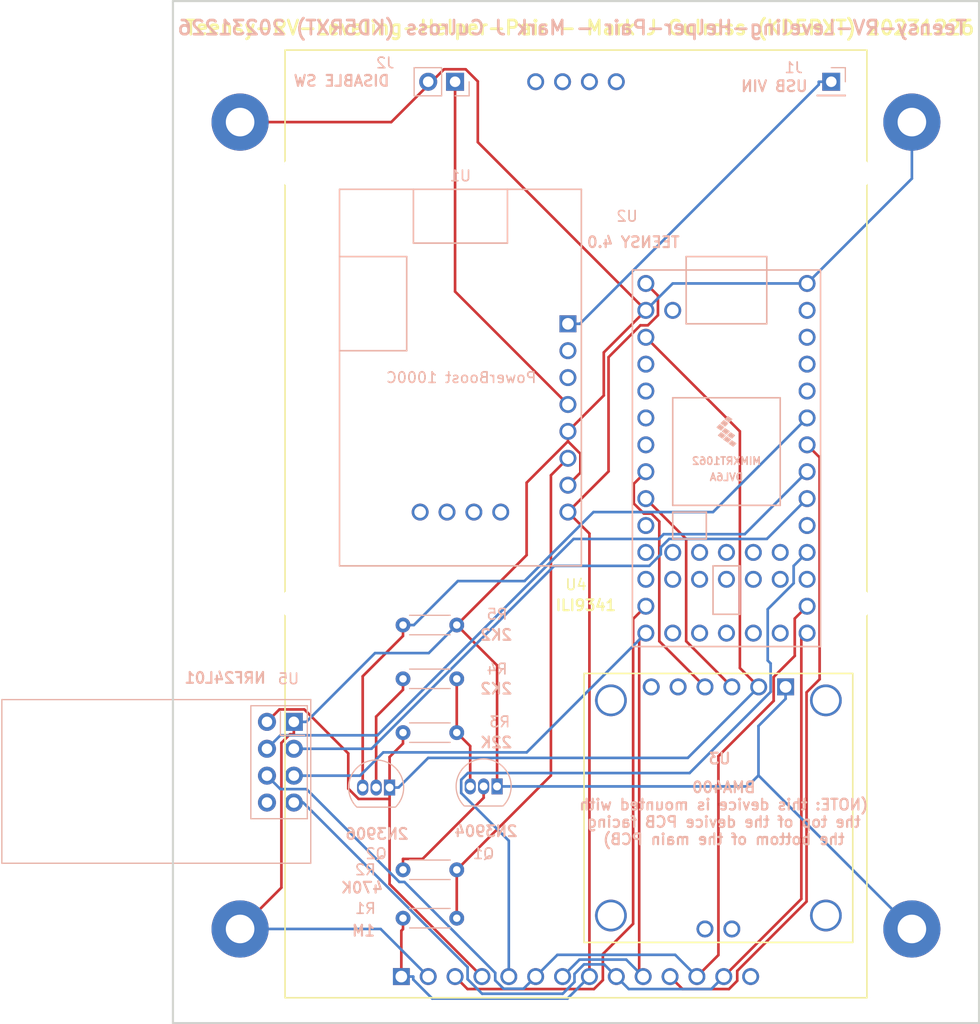
<source format=kicad_pcb>
(kicad_pcb (version 20221018) (generator pcbnew)
  (layers (0 "F.Cu" signal) (31 "B.Cu" signal) (34 "B.Paste" user) (35 "F.Paste" user) (36 "B.SilkS" user "B.Silkscreen") (37 "F.SilkS" user "F.Silkscreen") (38 "B.Mask" user) (39 "F.Mask" user) (44 "Edge.Cuts" user))
  (net 0 "")
  (net 1 "GNDREF")
  (net 2 "Net-(J1-Pin_1)")
  (net 3 "Net-(J2-Pin_1)")
  (net 4 "Net-(Q1-B)")
  (net 5 "Net-(Q1-C)")
  (net 6 "Net-(Q2-E)")
  (net 7 "Net-(Q2-B)")
  (net 8 "Net-(Q2-C)")
  (net 9 "Net-(U1-LBO)")
  (net 10 "Net-(U1-5Vo)")
  (net 20 "Net-(U2-13_SCK_CRX1_LED)")
  (net 23 "Net-(U2-12_MISO_MQSL)")
  (net 24 "Net-(U2-14_A0_TX3_SPDIF_OUT)")
  (net 28 "Net-(U2-18_A4_SDA0)")
  (net 29 "Net-(U2-19_A5_SCL0)")
  (net 35 "Net-(U2-11_MOSI_CTX1)")
  (net 37 "Net-(U2-9_OUT1C)")
  (net 39 "Net-(U2-6_OUT1D)")
  (net 40 "Net-(U2-7_RX2_OUT1A)")
  (net 41 "Net-(U2-5_IN2)")
  (footprint "MountingHole:MountingHole_2.7mm" (layer "F.Cu") (at 157.48 41.656)
    (fp_text reference "H2" hide)
    (fp_text value "BATT-b")
    (pad "" np_thru_hole circle (at 0 0) (size 2.7 2.7) (drill 2.7) (layers "*.Cu" "*.Mask"))
  )
  (footprint "MountingHole:MountingHole_2.7mm" (layer "F.Cu") (at 157.48 82.296)
    (fp_text reference "H4" hide)
    (fp_text value "BATT-d")
    (pad "" np_thru_hole circle (at 0 0) (size 2.7 2.7) (drill 2.7) (layers "*.Cu" "*.Mask"))
  )
  (footprint "MountingHole:MountingHole_2.7mm" (layer "F.Cu") (at 104.14 82.296)
    (fp_text reference "H3" hide)
    (fp_text value "BATT-c")
    (pad "" np_thru_hole circle (at 0 0) (size 2.7 2.7) (drill 2.7) (layers "*.Cu" "*.Mask"))
  )
  (footprint "MJC:BMA400" (layer "F.Cu") (at 144.272 101.6 180)
    (fp_text reference "U3" hide)
    (fp_text value "BMA400")
    (fp_line (start -12.7 -12.7) (end 12.7 -12.7) (stroke (width 0.15)) (layer "F.SilkS"))
    (fp_line (start -12.7 12.7) (end -12.7 -12.7) (stroke (width 0.15)) (layer "F.SilkS"))
    (fp_line (start 12.7 -12.7) (end 12.7 12.7) (stroke (width 0.15)) (layer "F.SilkS"))
    (fp_line (start 12.7 12.7) (end -12.7 12.7) (stroke (width 0.15)) (layer "F.SilkS"))
    (pad "1" thru_hole rect (at -6.35 11.43 180) (size 1.6 1.6) (drill 1.1) (layers "*.Cu" "*.Mask") (net 1 "GNDREF"))
    (pad "2" thru_hole circle (at -3.81 11.43 180) (size 1.6 1.6) (drill 1.1) (layers "*.Cu" "*.Mask") (net 6 "Net-(Q2-E)"))
    (pad "3" thru_hole circle (at -1.27 11.43 180) (size 1.6 1.6) (drill 1.1) (layers "*.Cu" "*.Mask") (net 28 "Net-(U2-18_A4_SDA0)"))
    (pad "4" thru_hole circle (at 1.27 11.43 180) (size 1.6 1.6) (drill 1.1) (layers "*.Cu" "*.Mask") (net 29 "Net-(U2-19_A5_SCL0)"))
    (pad "5" thru_hole circle (at 3.81 11.43 180) (size 1.6 1.6) (drill 1.1) (layers "*.Cu" "*.Mask"))
    (pad "6" thru_hole circle (at 6.35 11.43 180) (size 1.6 1.6) (drill 1.1) (layers "*.Cu" "*.Mask"))
    (pad "7" thru_hole circle (at -1.27 -11.43 180) (size 1.6 1.6) (drill 1.1) (layers "*.Cu" "*.Mask"))
    (pad "8" thru_hole circle (at 1.27 -11.43 180) (size 1.6 1.6) (drill 1.1) (layers "*.Cu" "*.Mask"))
    (pad "9" thru_hole circle (at -10.16 -10.16 180) (size 3 3) (drill 2.5) (layers "*.Cu" "*.Mask"))
    (pad "10" thru_hole circle (at 10.16 -10.16 180) (size 3 3) (drill 2.5) (layers "*.Cu" "*.Mask"))
    (pad "11" thru_hole circle (at 10.16 10.16 180) (size 3 3) (drill 2.5) (layers "*.Cu" "*.Mask"))
    (pad "12" thru_hole circle (at -10.16 10.16 180) (size 3 3) (drill 2.5) (layers "*.Cu" "*.Mask"))
  )
  (footprint "MountingHole:MountingHole_2.7mm_M2.5_Pad_TopBottom" (layer "F.Cu") (at 162.56 36.83)
    (fp_text reference "H6" hide)
    (fp_text value "PCB-b")
    (pad "1" thru_hole circle (at 0 0) (size 3.1 3.1) (drill 2.7) (layers "*.Cu" "*.Mask") (net 1 "GNDREF"))
    (pad "1" connect circle (at 0 0) (size 5.4 5.4) (layers "F.Cu" "F.Mask") (net 1 "GNDREF"))
    (pad "1" connect circle (at 0 0) (size 5.4 5.4) (layers "B.Cu" "B.Mask") (net 1 "GNDREF"))
  )
  (footprint "MountingHole:MountingHole_2.7mm_M2.5_Pad_TopBottom" (layer "F.Cu") (at 99.06 113.03)
    (fp_text reference "H7" hide)
    (fp_text value "PCB-c")
    (pad "1" thru_hole circle (at 0 0) (size 3.1 3.1) (drill 2.7) (layers "*.Cu" "*.Mask") (net 1 "GNDREF"))
    (pad "1" connect circle (at 0 0) (size 5.4 5.4) (layers "F.Cu" "F.Mask") (net 1 "GNDREF"))
    (pad "1" connect circle (at 0 0) (size 5.4 5.4) (layers "B.Cu" "B.Mask") (net 1 "GNDREF"))
  )
  (footprint "MountingHole:MountingHole_2.7mm_M2.5_Pad_TopBottom" (layer "F.Cu") (at 162.56 113.03)
    (fp_text reference "H8" hide)
    (fp_text value "PCB-d")
    (pad "1" thru_hole circle (at 0 0) (size 3.1 3.1) (drill 2.7) (layers "*.Cu" "*.Mask") (net 1 "GNDREF"))
    (pad "1" connect circle (at 0 0) (size 5.4 5.4) (layers "F.Cu" "F.Mask") (net 1 "GNDREF"))
    (pad "1" connect circle (at 0 0) (size 5.4 5.4) (layers "B.Cu" "B.Mask") (net 1 "GNDREF"))
  )
  (footprint "MountingHole:MountingHole_2.7mm_M2.5_Pad_TopBottom" (layer "F.Cu") (at 99.06 36.83)
    (fp_text reference "H5" hide)
    (fp_text value "PCB-a")
    (pad "1" thru_hole circle (at 0 0) (size 3.1 3.1) (drill 2.7) (layers "*.Cu" "*.Mask") (net 1 "GNDREF"))
    (pad "1" connect circle (at 0 0) (size 5.4 5.4) (layers "F.Cu" "F.Mask") (net 1 "GNDREF"))
    (pad "1" connect circle (at 0 0) (size 5.4 5.4) (layers "B.Cu" "B.Mask") (net 1 "GNDREF"))
  )
  (footprint "MountingHole:MountingHole_2.7mm" (layer "F.Cu") (at 104.14 41.656)
    (fp_text reference "H1" hide)
    (fp_text value "BATT-a")
    (pad "" np_thru_hole circle (at 0 0) (size 2.7 2.7) (drill 2.7) (layers "*.Cu" "*.Mask"))
  )
  (footprint "MJC:ILI9341" (layer "F.Cu") (at 130.81 74.7776)
    (fp_text reference "U4" (at 0 5.7404 unlocked) (layer "F.SilkS"))
    (fp_text value "Teensy ILI9341")
    (fp_line (start -27.5 -44.75) (end 27.5 -44.75) (stroke (width 0.15)) (layer "F.SilkS"))
    (fp_line (start -27.5 44.75) (end -27.5 -44.75) (stroke (width 0.15)) (layer "F.SilkS"))
    (fp_line (start 27.5 -44.75) (end 27.5 44.75) (stroke (width 0.15)) (layer "F.SilkS"))
    (fp_line (start 27.5 44.75) (end -27.5 44.75) (stroke (width 0.15)) (layer "F.SilkS"))
    (pad "1" thru_hole rect (at -16.51 42.7482) (size 1.6 1.6) (drill 1.1) (layers "*.Cu" "*.Mask") (net 10 "Net-(U1-5Vo)"))
    (pad "2" thru_hole circle (at -13.97 42.7482) (size 1.6 1.6) (drill 1.1) (layers "*.Cu" "*.Mask") (net 1 "GNDREF"))
    (pad "3" thru_hole circle (at -11.43 42.7482) (size 1.6 1.6) (drill 1.1) (layers "*.Cu" "*.Mask") (net 24 "Net-(U2-14_A0_TX3_SPDIF_OUT)"))
    (pad "4" thru_hole circle (at -8.89 42.7482) (size 1.6 1.6) (drill 1.1) (layers "*.Cu" "*.Mask") (net 6 "Net-(Q2-E)"))
    (pad "5" thru_hole circle (at -6.35 42.7482) (size 1.6 1.6) (drill 1.1) (layers "*.Cu" "*.Mask") (net 37 "Net-(U2-9_OUT1C)"))
    (pad "6" thru_hole circle (at -3.81 42.7482) (size 1.6 1.6) (drill 1.1) (layers "*.Cu" "*.Mask") (net 35 "Net-(U2-11_MOSI_CTX1)"))
    (pad "7" thru_hole circle (at -1.27 42.7482) (size 1.6 1.6) (drill 1.1) (layers "*.Cu" "*.Mask") (net 20 "Net-(U2-13_SCK_CRX1_LED)"))
    (pad "8" thru_hole circle (at 1.27 42.7482) (size 1.6 1.6) (drill 1.1) (layers "*.Cu" "*.Mask") (net 10 "Net-(U1-5Vo)"))
    (pad "9" thru_hole circle (at 3.81 42.7482) (size 1.6 1.6) (drill 1.1) (layers "*.Cu" "*.Mask") (net 23 "Net-(U2-12_MISO_MQSL)"))
    (pad "10" thru_hole circle (at 6.35 42.7482) (size 1.6 1.6) (drill 1.1) (layers "*.Cu" "*.Mask") (net 20 "Net-(U2-13_SCK_CRX1_LED)"))
    (pad "11" thru_hole circle (at 8.89 42.7482) (size 1.6 1.6) (drill 1.1) (layers "*.Cu" "*.Mask") (net 41 "Net-(U2-5_IN2)"))
    (pad "12" thru_hole circle (at 11.43 42.7482) (size 1.6 1.6) (drill 1.1) (layers "*.Cu" "*.Mask") (net 35 "Net-(U2-11_MOSI_CTX1)"))
    (pad "13" thru_hole circle (at 13.97 42.7482) (size 1.6 1.6) (drill 1.1) (layers "*.Cu" "*.Mask") (net 23 "Net-(U2-12_MISO_MQSL)"))
    (pad "14" thru_hole circle (at 16.51 42.7482) (size 1.6 1.6) (drill 1.1) (layers "*.Cu" "*.Mask"))
    (pad "15" thru_hole circle (at -3.81 -41.7576) (size 1.6 1.6) (drill 1.1) (layers "*.Cu" "*.Mask"))
    (pad "16" thru_hole circle (at -1.27 -41.7576) (size 1.6 1.6) (drill 1.1) (layers "*.Cu" "*.Mask"))
    (pad "17" thru_hole circle (at 1.27 -41.7576) (size 1.6 1.6) (drill 1.1) (layers "*.Cu" "*.Mask"))
    (pad "18" thru_hole circle (at 3.81 -41.7576) (size 1.6 1.6) (drill 1.1) (layers "*.Cu" "*.Mask"))
  )
  (footprint "Package_TO_SOT_THT:TO-92_Inline" (layer "B.Cu") (at 123.3497 99.568 180)
    (fp_text reference "Q1" (at 1.27 -6.35) (layer "B.SilkS") (effects (justify mirror)))
    (fp_text value "2N3904")
    (fp_line (start -0.53 -1.85) (end 3.07 -1.85) (stroke (width 0.12)) (layer "B.SilkS"))
    (fp_arc (start 1.27 2.6) (mid -1.132087 0.994977) (end -0.568478 -1.838478) (stroke (width 0.12)) (layer "B.SilkS"))
    (fp_arc (start 3.108478 -1.838478) (mid 3.672087 0.994977) (end 1.27 2.6) (stroke (width 0.12)) (layer "B.SilkS"))
    (pad "1" thru_hole rect (at 0 0 180) (size 1.05 1.5) (drill 0.75) (layers "*.Cu" "*.Mask") (net 1 "GNDREF"))
    (pad "2" thru_hole oval (at 1.27 0 180) (size 1.05 1.5) (drill 0.75) (layers "*.Cu" "*.Mask") (net 4 "Net-(Q1-B)"))
    (pad "3" thru_hole oval (at 2.54 0 180) (size 1.05 1.5) (drill 0.75) (layers "*.Cu" "*.Mask") (net 5 "Net-(Q1-C)"))
  )
  (footprint "Connector_PinHeader_2.54mm:PinHeader_1x01_P2.54mm_Vertical" (layer "B.Cu") (at 154.94 33.02 180)
    (fp_text reference "J1" (at 3.556 1.33) (layer "B.SilkS") (effects (justify mirror)))
    (fp_text value "USB VIN")
    (fp_line (start -1.33 -1.33) (end 1.33 -1.33) (stroke (width 0.12)) (layer "B.SilkS"))
    (fp_line (start -1.33 -1.27) (end -1.33 -1.33) (stroke (width 0.12)) (layer "B.SilkS"))
    (fp_line (start -1.33 -1.27) (end 1.33 -1.27) (stroke (width 0.12)) (layer "B.SilkS"))
    (fp_line (start -1.33 0) (end -1.33 1.33) (stroke (width 0.12)) (layer "B.SilkS"))
    (fp_line (start -1.33 1.33) (end 0 1.33) (stroke (width 0.12)) (layer "B.SilkS"))
    (fp_line (start 1.33 -1.27) (end 1.33 -1.33) (stroke (width 0.12)) (layer "B.SilkS"))
    (pad "1" thru_hole rect (at 0 0 180) (size 1.7 1.7) (drill 1) (layers "*.Cu" "*.Mask") (net 2 "Net-(J1-Pin_1)"))
  )
  (footprint "Resistor_THT:R_Axial_DIN0204_L3.6mm_D1.6mm_P5.08mm_Horizontal" (layer "B.Cu") (at 119.5397 89.408 180)
    (fp_text reference "R4" (at -3.81 0.92) (layer "B.SilkS") (effects (justify mirror)))
    (fp_text value "2K2")
    (fp_line (start 0.62 -0.92) (end 4.46 -0.92) (stroke (width 0.12)) (layer "B.SilkS"))
    (fp_line (start 0.62 0.92) (end 4.46 0.92) (stroke (width 0.12)) (layer "B.SilkS"))
    (pad "1" thru_hole circle (at 0 0 180) (size 1.4 1.4) (drill 0.7) (layers "*.Cu" "*.Mask") (net 5 "Net-(Q1-C)"))
    (pad "2" thru_hole oval (at 5.08 0 180) (size 1.4 1.4) (drill 0.7) (layers "*.Cu" "*.Mask") (net 7 "Net-(Q2-B)"))
  )
  (footprint "Resistor_THT:R_Axial_DIN0204_L3.6mm_D1.6mm_P5.08mm_Horizontal" (layer "B.Cu") (at 119.5397 112.014 180)
    (fp_text reference "R1" (at 8.636 0.92) (layer "B.SilkS") (effects (justify mirror)))
    (fp_text value "1M")
    (fp_line (start 0.62 -0.92) (end 4.46 -0.92) (stroke (width 0.12)) (layer "B.SilkS"))
    (fp_line (start 0.62 0.92) (end 4.46 0.92) (stroke (width 0.12)) (layer "B.SilkS"))
    (pad "1" thru_hole circle (at 0 0 180) (size 1.4 1.4) (drill 0.7) (layers "*.Cu" "*.Mask") (net 9 "Net-(U1-LBO)"))
    (pad "2" thru_hole oval (at 5.08 0 180) (size 1.4 1.4) (drill 0.7) (layers "*.Cu" "*.Mask") (net 10 "Net-(U1-5Vo)"))
  )
  (footprint "Resistor_THT:R_Axial_DIN0204_L3.6mm_D1.6mm_P5.08mm_Horizontal" (layer "B.Cu") (at 119.5397 107.442 180)
    (fp_text reference "R2" (at 8.636 0) (layer "B.SilkS") (effects (justify mirror)))
    (fp_text value "470K")
    (fp_line (start 0.62 -0.92) (end 4.46 -0.92) (stroke (width 0.12)) (layer "B.SilkS"))
    (fp_line (start 0.62 0.92) (end 4.46 0.92) (stroke (width 0.12)) (layer "B.SilkS"))
    (pad "1" thru_hole circle (at 0 0 180) (size 1.4 1.4) (drill 0.7) (layers "*.Cu" "*.Mask") (net 9 "Net-(U1-LBO)"))
    (pad "2" thru_hole oval (at 5.08 0 180) (size 1.4 1.4) (drill 0.7) (layers "*.Cu" "*.Mask") (net 4 "Net-(Q1-B)"))
  )
  (footprint "MJC:PowerBoost1000C" (layer "B.Cu") (at 119.888 60.96 180)
    (fp_text reference "U1" (at 0 19.05) (layer "B.SilkS") (effects (justify mirror)))
    (fp_text value "Powerboost1000C")
    (fp_text user "PowerBoost 1000C" (at -0.08 0) (layer "B.SilkS") (effects (justify mirror)))
    (fp_line (start -11.43 -17.78) (end -11.43 17.78) (stroke (width 0.15)) (layer "B.SilkS"))
    (fp_line (start -11.43 17.78) (end 11.43 17.78) (stroke (width 0.15)) (layer "B.SilkS"))
    (fp_line (start -4.445 12.7) (end 4.445 12.7) (stroke (width 0.15)) (layer "B.SilkS"))
    (fp_line (start -4.445 17.78) (end -4.445 12.7) (stroke (width 0.15)) (layer "B.SilkS"))
    (fp_line (start 4.445 12.7) (end 4.445 17.78) (stroke (width 0.15)) (layer "B.SilkS"))
    (fp_line (start 5.08 2.54) (end 11.43 2.54) (stroke (width 0.15)) (layer "B.SilkS"))
    (fp_line (start 5.08 11.43) (end 5.08 2.54) (stroke (width 0.15)) (layer "B.SilkS"))
    (fp_line (start 11.43 -17.78) (end -11.43 -17.78) (stroke (width 0.15)) (layer "B.SilkS"))
    (fp_line (start 11.43 11.43) (end 5.08 11.43) (stroke (width 0.15)) (layer "B.SilkS"))
    (fp_line (start 11.43 17.78) (end 11.43 -17.78) (stroke (width 0.15)) (layer "B.SilkS"))
    (pad "1" thru_hole rect (at -10.16 5.08 180) (size 1.6 1.6) (drill 1.1) (layers "*.Cu" "*.Mask") (net 2 "Net-(J1-Pin_1)"))
    (pad "2" thru_hole circle (at -10.16 2.54 180) (size 1.6 1.6) (drill 1.1) (layers "*.Cu" "*.Mask"))
    (pad "3" thru_hole circle (at -10.16 0 180) (size 1.6 1.6) (drill 1.1) (layers "*.Cu" "*.Mask"))
    (pad "4" thru_hole circle (at -10.16 -2.54 180) (size 1.6 1.6) (drill 1.1) (layers "*.Cu" "*.Mask") (net 3 "Net-(J2-Pin_1)"))
    (pad "5" thru_hole circle (at -10.16 -5.08 180) (size 1.6 1.6) (drill 1.1) (layers "*.Cu" "*.Mask") (net 1 "GNDREF"))
    (pad "5V" thru_hole circle (at -3.81 -12.7 180) (size 1.6 1.6) (drill 1.1) (layers "*.Cu" "*.Mask"))
    (pad "6" thru_hole circle (at -10.16 -7.62 180) (size 1.6 1.6) (drill 1.1) (layers "*.Cu" "*.Mask") (net 9 "Net-(U1-LBO)"))
    (pad "7" thru_hole circle (at -10.16 -10.16 180) (size 1.6 1.6) (drill 1.1) (layers "*.Cu" "*.Mask") (net 1 "GNDREF"))
    (pad "8" thru_hole circle (at -10.16 -12.7 180) (size 1.6 1.6) (drill 1.1) (layers "*.Cu" "*.Mask") (net 10 "Net-(U1-5Vo)"))
    (pad "D+" thru_hole circle (at 1.27 -12.7 180) (size 1.6 1.6) (drill 1.1) (layers "*.Cu" "*.Mask"))
    (pad "D-" thru_hole circle (at -1.27 -12.7 180) (size 1.6 1.6) (drill 1.1) (layers "*.Cu" "*.Mask"))
    (pad "UG" thru_hole circle (at 3.81 -12.7 180) (size 1.6 1.6) (drill 1.1) (layers "*.Cu" "*.Mask"))
  )
  (footprint "Resistor_THT:R_Axial_DIN0204_L3.6mm_D1.6mm_P5.08mm_Horizontal" (layer "B.Cu") (at 119.5397 84.328 180)
    (fp_text reference "R5" (at -3.81 1.016) (layer "B.SilkS") (effects (justify mirror)))
    (fp_text value "2K2")
    (fp_line (start 0.62 -0.92) (end 4.46 -0.92) (stroke (width 0.12)) (layer "B.SilkS"))
    (fp_line (start 0.62 0.92) (end 4.46 0.92) (stroke (width 0.12)) (layer "B.SilkS"))
    (pad "1" thru_hole circle (at 0 0 180) (size 1.4 1.4) (drill 0.7) (layers "*.Cu" "*.Mask") (net 1 "GNDREF"))
    (pad "2" thru_hole oval (at 5.08 0 180) (size 1.4 1.4) (drill 0.7) (layers "*.Cu" "*.Mask") (net 8 "Net-(Q2-C)"))
  )
  (footprint "Package_TO_SOT_THT:TO-92_Inline" (layer "B.Cu") (at 113.1897 99.674 180)
    (fp_text reference "Q2" (at 1.27 -6.244) (layer "B.SilkS") (effects (justify mirror)))
    (fp_text value "2N3906")
    (fp_line (start -0.53 -1.85) (end 3.07 -1.85) (stroke (width 0.12)) (layer "B.SilkS"))
    (fp_arc (start 1.27 2.6) (mid -1.132087 0.994977) (end -0.568478 -1.838478) (stroke (width 0.12)) (layer "B.SilkS"))
    (fp_arc (start 3.108478 -1.838478) (mid 3.672087 0.994977) (end 1.27 2.6) (stroke (width 0.12)) (layer "B.SilkS"))
    (pad "1" thru_hole rect (at 0 0 180) (size 1.05 1.5) (drill 0.75) (layers "*.Cu" "*.Mask") (net 6 "Net-(Q2-E)"))
    (pad "2" thru_hole oval (at 1.27 0 180) (size 1.05 1.5) (drill 0.75) (layers "*.Cu" "*.Mask") (net 7 "Net-(Q2-B)"))
    (pad "3" thru_hole oval (at 2.54 0 180) (size 1.05 1.5) (drill 0.75) (layers "*.Cu" "*.Mask") (net 8 "Net-(Q2-C)"))
  )
  (footprint "Resistor_THT:R_Axial_DIN0204_L3.6mm_D1.6mm_P5.08mm_Horizontal" (layer "B.Cu") (at 119.5397 94.488 180)
    (fp_text reference "R3" (at -4.064 1.016) (layer "B.SilkS") (effects (justify mirror)))
    (fp_text value "22K")
    (fp_line (start 0.62 -0.92) (end 4.46 -0.92) (stroke (width 0.12)) (layer "B.SilkS"))
    (fp_line (start 0.62 0.92) (end 4.46 0.92) (stroke (width 0.12)) (layer "B.SilkS"))
    (pad "1" thru_hole circle (at 0 0 180) (size 1.4 1.4) (drill 0.7) (layers "*.Cu" "*.Mask") (net 5 "Net-(Q1-C)"))
    (pad "2" thru_hole oval (at 5.08 0 180) (size 1.4 1.4) (drill 0.7) (layers "*.Cu" "*.Mask") (net 6 "Net-(Q2-E)"))
  )
  (footprint "Connector_PinHeader_2.54mm:PinHeader_1x02_P2.54mm_Vertical" (layer "B.Cu") (at 119.38 33.02 90)
    (fp_text reference "J2" (at 1.778 -6.604) (layer "B.SilkS") (effects (justify mirror)))
    (fp_text value "DISABLE SW")
    (fp_line (start -1.33 -3.87) (end 1.33 -3.87) (stroke (width 0.12)) (layer "B.SilkS"))
    (fp_line (start -1.33 -1.27) (end -1.33 -3.87) (stroke (width 0.12)) (layer "B.SilkS"))
    (fp_line (start -1.33 -1.27) (end 1.33 -1.27) (stroke (width 0.12)) (layer "B.SilkS"))
    (fp_line (start -1.33 0) (end -1.33 1.33) (stroke (width 0.12)) (layer "B.SilkS"))
    (fp_line (start -1.33 1.33) (end 0 1.33) (stroke (width 0.12)) (layer "B.SilkS"))
    (fp_line (start 1.33 -1.27) (end 1.33 -3.87) (stroke (width 0.12)) (layer "B.SilkS"))
    (pad "1" thru_hole rect (at 0 0 90) (size 1.7 1.7) (drill 1) (layers "*.Cu" "*.Mask") (net 3 "Net-(J2-Pin_1)"))
    (pad "2" thru_hole oval (at 0 -2.54 90) (size 1.7 1.7) (drill 1) (layers "*.Cu" "*.Mask") (net 1 "GNDREF"))
  )
  (footprint "RF_Module:nRF24L01_Breakout" (layer "B.Cu") (at 104.14 93.472 180)
    (fp_text reference "U5" (at 0.508 4.064) (layer "B.SilkS") (effects (justify mirror)))
    (fp_text value "NRF24L01_Breakout")
    (fp_line (start -1.6 -13.35) (end -1.6 2.1) (stroke (width 0.12)) (layer "B.SilkS"))
    (fp_line (start -1.6 2.1) (end -1.6 2.1) (stroke (width 0.12)) (layer "B.SilkS"))
    (fp_line (start -1.6 2.1) (end 27.6 2.1) (stroke (width 0.12)) (layer "B.SilkS"))
    (fp_line (start -1.27 -9.144) (end -1.27 -9.144) (stroke (width 0.12)) (layer "B.SilkS"))
    (fp_line (start -1.27 -9.144) (end -1.27 1.524) (stroke (width 0.12)) (layer "B.SilkS"))
    (fp_line (start -1.27 1.524) (end -1.27 1.524) (stroke (width 0.12)) (layer "B.SilkS"))
    (fp_line (start -1.27 1.524) (end 4.064 1.524) (stroke (width 0.12)) (layer "B.SilkS"))
    (fp_line (start -1.016 -1.27) (end -1.016 -1.27) (stroke (width 0.12)) (layer "B.SilkS"))
    (fp_line (start 1.27 -1.27) (end -1.016 -1.27) (stroke (width 0.12)) (layer "B.SilkS"))
    (fp_line (start 1.27 1.016) (end 1.27 -1.27) (stroke (width 0.12)) (layer "B.SilkS"))
    (fp_line (start 4.064 -9.144) (end -1.27 -9.144) (stroke (width 0.12)) (layer "B.SilkS"))
    (fp_line (start 4.064 1.524) (end 4.064 -9.144) (stroke (width 0.12)) (layer "B.SilkS"))
    (fp_line (start 27.6 -13.35) (end -1.6 -13.35) (stroke (width 0.12)) (layer "B.SilkS"))
    (fp_line (start 27.6 2.1) (end 27.6 -13.35) (stroke (width 0.12)) (layer "B.SilkS"))
    (pad "1" thru_hole rect (at 0 0 180) (size 1.7 1.7) (drill 1) (layers "*.Cu" "*.Mask") (net 1 "GNDREF"))
    (pad "2" thru_hole circle (at 2.54 0 180) (size 1.7 1.7) (drill 1) (layers "*.Cu" "*.Mask") (net 6 "Net-(Q2-E)"))
    (pad "3" thru_hole circle (at 0 -2.54 180) (size 1.7 1.7) (drill 1) (layers "*.Cu" "*.Mask") (net 40 "Net-(U2-7_RX2_OUT1A)"))
    (pad "4" thru_hole circle (at 2.54 -2.54 180) (size 1.7 1.7) (drill 1) (layers "*.Cu" "*.Mask") (net 39 "Net-(U2-6_OUT1D)"))
    (pad "5" thru_hole circle (at 0 -5.08 180) (size 1.7 1.7) (drill 1) (layers "*.Cu" "*.Mask") (net 20 "Net-(U2-13_SCK_CRX1_LED)"))
    (pad "6" thru_hole circle (at 2.54 -5.08 180) (size 1.7 1.7) (drill 1) (layers "*.Cu" "*.Mask") (net 35 "Net-(U2-11_MOSI_CTX1)"))
    (pad "7" thru_hole circle (at 0 -7.62 180) (size 1.7 1.7) (drill 1) (layers "*.Cu" "*.Mask") (net 23 "Net-(U2-12_MISO_MQSL)"))
    (pad "8" thru_hole circle (at 2.54 -7.62 180) (size 1.7 1.7) (drill 1) (layers "*.Cu" "*.Mask"))
  )
  (footprint "teensy:Teensy40" (layer "B.Cu") (at 145.034 68.58 -90)
    (fp_text reference "U2" (at -22.86 9.398) (layer "B.SilkS") (effects (justify mirror)))
    (fp_text value "Teensy4.0")
    (fp_text user "DVL6A" (at 1.778 0) (layer "B.SilkS") (effects (font (size 0.7 0.7)) (justify mirror)))
    (fp_text user "MIMXRT1062" (at 0.254 0) (layer "B.SilkS") (effects (font (size 0.7 0.7)) (justify mirror)))
    (fp_line (start -19.05 -3.81) (end -19.05 3.81) (stroke (width 0.15)) (layer "B.SilkS"))
    (fp_line (start -19.05 3.81) (end -17.78 3.81) (stroke (width 0.15)) (layer "B.SilkS"))
    (fp_line (start -17.78 -8.89) (end -17.78 8.89) (stroke (width 0.15)) (layer "B.SilkS"))
    (fp_line (start -17.78 -3.81) (end -19.05 -3.81) (stroke (width 0.15)) (layer "B.SilkS"))
    (fp_line (start -17.78 8.89) (end 17.78 8.89) (stroke (width 0.15)) (layer "B.SilkS"))
    (fp_line (start -12.7 -3.81) (end -17.78 -3.81) (stroke (width 0.15)) (layer "B.SilkS"))
    (fp_line (start -12.7 -3.81) (end -12.7 3.81) (stroke (width 0.15)) (layer "B.SilkS"))
    (fp_line (start -12.7 3.81) (end -17.78 3.81) (stroke (width 0.15)) (layer "B.SilkS"))
    (fp_line (start -5.715 5.08) (end -5.715 -5.08) (stroke (width 0.15)) (layer "B.SilkS"))
    (fp_line (start 4.445 -5.08) (end -5.715 -5.08) (stroke (width 0.15)) (layer "B.SilkS"))
    (fp_line (start 4.445 -5.08) (end 4.445 5.08) (stroke (width 0.15)) (layer "B.SilkS"))
    (fp_line (start 4.445 5.08) (end -5.715 5.08) (stroke (width 0.15)) (layer "B.SilkS"))
    (fp_line (start 5.08 1.905) (end 5.08 5.08) (stroke (width 0.15)) (layer "B.SilkS"))
    (fp_line (start 5.08 5.08) (end 7.62 5.08) (stroke (width 0.15)) (layer "B.SilkS"))
    (fp_line (start 7.62 1.905) (end 5.08 1.905) (stroke (width 0.15)) (layer "B.SilkS"))
    (fp_line (start 7.62 5.08) (end 7.62 1.905) (stroke (width 0.15)) (layer "B.SilkS"))
    (fp_line (start 10.16 -1.27) (end 10.16 1.27) (stroke (width 0.15)) (layer "B.SilkS"))
    (fp_line (start 10.16 1.27) (end 14.732 1.27) (stroke (width 0.15)) (layer "B.SilkS"))
    (fp_line (start 14.732 -1.27) (end 10.16 -1.27) (stroke (width 0.15)) (layer "B.SilkS"))
    (fp_line (start 14.732 1.27) (end 14.732 -1.27) (stroke (width 0.15)) (layer "B.SilkS"))
    (fp_line (start 17.78 -8.89) (end -17.78 -8.89) (stroke (width 0.15)) (layer "B.SilkS"))
    (fp_line (start 17.78 8.89) (end 17.78 -8.89) (stroke (width 0.15)) (layer "B.SilkS"))
    (fp_poly (pts (xy -3.937 -0.127) (xy -3.683 0.127) (xy -3.429 -0.254) (xy -3.683 -0.508)) (stroke (width 0.1)) (fill solid) (layer "B.SilkS"))
    (fp_poly (pts (xy -3.556 0.254) (xy -3.302 0.508) (xy -3.048 0.127) (xy -3.302 -0.127)) (stroke (width 0.1)) (fill solid) (layer "B.SilkS"))
    (fp_poly (pts (xy -3.175 0.635) (xy -2.921 0.889) (xy -2.667 0.508) (xy -2.921 0.254)) (stroke (width 0.1)) (fill solid) (layer "B.SilkS"))
    (fp_poly (pts (xy -2.794 0.127) (xy -2.54 0.381) (xy -2.286 0) (xy -2.54 -0.254)) (stroke (width 0.1)) (fill solid) (layer "B.SilkS"))
    (fp_poly (pts (xy -2.413 -0.381) (xy -2.159 -0.127) (xy -1.905 -0.508) (xy -2.159 -0.762)) (stroke (width 0.1)) (fill solid) (layer "B.SilkS"))
    (fp_poly (pts (xy -2.413 0.508) (xy -2.159 0.762) (xy -1.905 0.381) (xy -2.159 0.127)) (stroke (width 0.1)) (fill solid) (layer "B.SilkS"))
    (fp_poly (pts (xy -2.032 0) (xy -1.778 0.254) (xy -1.524 -0.127) (xy -1.778 -0.381)) (stroke (width 0.1)) (fill solid) (layer "B.SilkS"))
    (fp_poly (pts (xy -1.651 -0.508) (xy -1.397 -0.254) (xy -1.143 -0.635) (xy -1.397 -0.889)) (stroke (width 0.1)) (fill solid) (layer "B.SilkS"))
    (pad "1" thru_hole circle (at -16.51 -7.62 270) (size 1.6 1.6) (drill 1.1) (layers "*.Cu" "*.Mask") (net 1 "GNDREF"))
    (pad "2" thru_hole circle (at -13.97 -7.62 270) (size 1.6 1.6) (drill 1.1) (layers "*.Cu" "*.Mask"))
    (pad "3" thru_hole circle (at -11.43 -7.62 270) (size 1.6 1.6) (drill 1.1) (layers "*.Cu" "*.Mask"))
    (pad "4" thru_hole circle (at -8.89 -7.62 270) (size 1.6 1.6) (drill 1.1) (layers "*.Cu" "*.Mask"))
    (pad "5" thru_hole circle (at -6.35 -7.62 270) (size 1.6 1.6) (drill 1.1) (layers "*.Cu" "*.Mask"))
    (pad "6" thru_hole circle (at -3.81 -7.62 270) (size 1.6 1.6) (drill 1.1) (layers "*.Cu" "*.Mask") (net 8 "Net-(Q2-C)"))
    (pad "7" thru_hole circle (at -1.27 -7.62 270) (size 1.6 1.6) (drill 1.1) (layers "*.Cu" "*.Mask") (net 41 "Net-(U2-5_IN2)"))
    (pad "8" thru_hole circle (at 1.27 -7.62 270) (size 1.6 1.6) (drill 1.1) (layers "*.Cu" "*.Mask") (net 39 "Net-(U2-6_OUT1D)"))
    (pad "9" thru_hole circle (at 3.81 -7.62 270) (size 1.6 1.6) (drill 1.1) (layers "*.Cu" "*.Mask") (net 40 "Net-(U2-7_RX2_OUT1A)"))
    (pad "10" thru_hole circle (at 6.35 -7.62 270) (size 1.6 1.6) (drill 1.1) (layers "*.Cu" "*.Mask"))
    (pad "11" thru_hole circle (at 8.89 -7.62 270) (size 1.6 1.6) (drill 1.1) (layers "*.Cu" "*.Mask") (net 37 "Net-(U2-9_OUT1C)"))
    (pad "12" thru_hole circle (at 11.43 -7.62 270) (size 1.6 1.6) (drill 1.1) (layers "*.Cu" "*.Mask"))
    (pad "13" thru_hole circle (at 13.97 -7.62 270) (size 1.6 1.6) (drill 1.1) (layers "*.Cu" "*.Mask") (net 35 "Net-(U2-11_MOSI_CTX1)"))
    (pad "14" thru_hole circle (at 16.51 -7.62 270) (size 1.6 1.6) (drill 1.1) (layers "*.Cu" "*.Mask") (net 23 "Net-(U2-12_MISO_MQSL)"))
    (pad "15" thru_hole circle (at 16.51 -5.08 270) (size 1.6 1.6) (drill 1.1) (layers "*.Cu" "*.Mask"))
    (pad "16" thru_hole circle (at 16.51 -2.54 270) (size 1.6 1.6) (drill 1.1) (layers "*.Cu" "*.Mask"))
    (pad "17" thru_hole circle (at 16.51 0 270) (size 1.6 1.6) (drill 1.1) (layers "*.Cu" "*.Mask"))
    (pad "18" thru_hole circle (at 16.51 2.54 270) (size 1.6 1.6) (drill 1.1) (layers "*.Cu" "*.Mask"))
    (pad "19" thru_hole circle (at 16.51 5.08 270) (size 1.6 1.6) (drill 1.1) (layers "*.Cu" "*.Mask"))
    (pad "20" thru_hole circle (at 16.51 7.62 270) (size 1.6 1.6) (drill 1.1) (layers "*.Cu" "*.Mask") (net 20 "Net-(U2-13_SCK_CRX1_LED)"))
    (pad "21" thru_hole circle (at 13.97 7.62 270) (size 1.6 1.6) (drill 1.1) (layers "*.Cu" "*.Mask") (net 24 "Net-(U2-14_A0_TX3_SPDIF_OUT)"))
    (pad "22" thru_hole circle (at 11.43 7.62 270) (size 1.6 1.6) (drill 1.1) (layers "*.Cu" "*.Mask"))
    (pad "23" thru_hole circle (at 8.89 7.62 270) (size 1.6 1.6) (drill 1.1) (layers "*.Cu" "*.Mask"))
    (pad "24" thru_hole circle (at 6.35 7.62 270) (size 1.6 1.6) (drill 1.1) (layers "*.Cu" "*.Mask"))
    (pad "25" thru_hole circle (at 3.81 7.62 270) (size 1.6 1.6) (drill 1.1) (layers "*.Cu" "*.Mask") (net 28 "Net-(U2-18_A4_SDA0)"))
    (pad "26" thru_hole circle (at 1.27 7.62 270) (size 1.6 1.6) (drill 1.1) (layers "*.Cu" "*.Mask") (net 29 "Net-(U2-19_A5_SCL0)"))
    (pad "27" thru_hole circle (at -1.27 7.62 270) (size 1.6 1.6) (drill 1.1) (layers "*.Cu" "*.Mask"))
    (pad "28" thru_hole circle (at -3.81 7.62 270) (size 1.6 1.6) (drill 1.1) (layers "*.Cu" "*.Mask"))
    (pad "29" thru_hole circle (at -6.35 7.62 270) (size 1.6 1.6) (drill 1.1) (layers "*.Cu" "*.Mask"))
    (pad "30" thru_hole circle (at -8.89 7.62 270) (size 1.6 1.6) (drill 1.1) (layers "*.Cu" "*.Mask"))
    (pad "31" thru_hole circle (at -11.43 7.62 270) (size 1.6 1.6) (drill 1.1) (layers "*.Cu" "*.Mask") (net 6 "Net-(Q2-E)"))
    (pad "32" thru_hole circle (at -13.97 7.62 270) (size 1.6 1.6) (drill 1.1) (layers "*.Cu" "*.Mask") (net 1 "GNDREF"))
    (pad "33" thru_hole circle (at -16.51 7.62 270) (size 1.6 1.6) (drill 1.1) (layers "*.Cu" "*.Mask") (net 10 "Net-(U1-5Vo)"))
    (pad "34" thru_hole circle (at -13.97 5.08 270) (size 1.6 1.6) (drill 1.1) (layers "*.Cu" "*.Mask"))
    (pad "35" thru_hole circle (at 11.43 5.08 270) (size 1.6 1.6) (drill 1.1) (layers "*.Cu" "*.Mask"))
    (pad "36" thru_hole circle (at 8.89 5.08 270) (size 1.6 1.6) (drill 1.1) (layers "*.Cu" "*.Mask"))
    (pad "37" thru_hole circle (at 11.43 2.54 270) (size 1.6 1.6) (drill 1.1) (layers "*.Cu" "*.Mask"))
    (pad "38" thru_hole circle (at 8.89 2.54 270) (size 1.6 1.6) (drill 1.1) (layers "*.Cu" "*.Mask"))
    (pad "39" thru_hole circle (at 11.43 0 270) (size 1.6 1.6) (drill 1.1) (layers "*.Cu" "*.Mask"))
    (pad "40" thru_hole circle (at 8.89 0 270) (size 1.6 1.6) (drill 1.1) (layers "*.Cu" "*.Mask"))
    (pad "41" thru_hole circle (at 11.43 -2.54 270) (size 1.6 1.6) (drill 1.1) (layers "*.Cu" "*.Mask"))
    (pad "42" thru_hole circle (at 8.89 -2.54 270) (size 1.6 1.6) (drill 1.1) (layers "*.Cu" "*.Mask"))
    (pad "43" thru_hole circle (at 11.43 -5.08 270) (size 1.6 1.6) (drill 1.1) (layers "*.Cu" "*.Mask"))
    (pad "44" thru_hole circle (at 8.89 -5.08 270) (size 1.6 1.6) (drill 1.1) (layers "*.Cu" "*.Mask"))
  )
  (gr_line (start 92.71 25.4) (end 168.91 25.4) (stroke (width 0.2)) (layer "Edge.Cuts"))
  (gr_line (start 168.91 121.92) (end 92.71 121.92) (stroke (width 0.2)) (layer "Edge.Cuts"))
  (gr_line (start 92.71 121.92) (end 92.71 25.4) (stroke (width 0.2)) (layer "Edge.Cuts"))
  (gr_line (start 168.91 25.4) (end 168.91 121.92) (stroke (width 0.2)) (layer "Edge.Cuts"))
  (gr_text "TEENSY 4.0" (at 140.716 48.768) (layer "B.SilkS") (effects (font (size 1.016 1.016) (thickness 0.2032) bold) (justify left bottom mirror)))
  (gr_text "470K" (at 112.681656 109.728) (layer "B.SilkS") (effects (font (size 1.016 1.016) (thickness 0.2032) bold) (justify left bottom mirror)))
  (gr_text "22K" (at 124.873656 96.012) (layer "B.SilkS") (effects (font (size 1.016 1.016) (thickness 0.2032) bold) (justify left bottom mirror)))
  (gr_text "Teensy-RV-Leveling-Helper-Pair - Mark J Culross (KD5RXT) 20231226" (at 167.894 28.702) (layer "B.SilkS") (effects (font (size 1.3335 1.3335) (thickness 0.254) bold) (justify left bottom mirror)))
  (gr_text "USB VIN" (at 146.304 34.036) (layer "B.SilkS") (effects (font (size 1.016 1.016) (thickness 0.2032) bold) (justify right bottom mirror)))
  (gr_text "1M" (at 111.919656 113.792) (layer "B.SilkS") (effects (font (size 1.016 1.016) (thickness 0.2032) bold) (justify left bottom mirror)))
  (gr_text "BMA400\n(NOTE: this device is mounted with\nthe top of the device PCB facing\nthe bottom of the main PCB)" (at 144.78 105.156) (layer "B.SilkS") (effects (font (size 1.016 1.016) (thickness 0.2032) bold) (justify bottom mirror)))
  (gr_text "2N3904" (at 125.381656 104.394) (layer "B.SilkS") (effects (font (size 1.016 1.016) (thickness 0.2032) bold) (justify left bottom mirror)))
  (gr_text "U3" (at 145.542 97.536) (layer "B.SilkS") (effects (font (size 1.016 1.016) (thickness 0.2032) bold) (justify left bottom mirror)))
  (gr_text "2N3906" (at 115.079656 104.648) (layer "B.SilkS") (effects (font (size 1.016 1.016) (thickness 0.2032) bold) (justify left bottom mirror)))
  (gr_text "	" (at 154.178 28.702) (layer "B.SilkS") (effects (font (size 1.5 1.5) (thickness 0.3) bold) (justify left bottom)))
  (gr_text "2K2" (at 124.873656 85.852) (layer "B.SilkS") (effects (font (size 1.016 1.016) (thickness 0.2032) bold) (justify left bottom mirror)))
  (gr_text "DISABLE SW" (at 113.284 33.528) (layer "B.SilkS") (effects (font (size 1.016 1.016) (thickness 0.2032) bold) (justify left bottom mirror)))
  (gr_text "2K2" (at 124.873656 90.932) (layer "B.SilkS") (effects (font (size 1.016 1.016) (thickness 0.2032) bold) (justify left bottom mirror)))
  (gr_text "NRF24L01" (at 101.6 89.916) (layer "B.SilkS") (effects (font (size 1.016 1.016) (thickness 0.2032) bold) (justify left bottom mirror)))
  (gr_text "Teensy-RV-Leveling-Helper-Pair - Mark J Culross (KD5RXT) 20231226" (at 93.726 28.702) (layer "F.SilkS") (effects (font (size 1.3335 1.3335) (thickness 0.254) bold) (justify left bottom)))
  (gr_text "ILI9341" (at 128.778 83.058) (layer "F.SilkS") (effects (font (size 1.016 1.016) (thickness 0.2032) bold) (justify left bottom)))
  (segment (start 120.3863 31.8431) (end 118.3368 31.8431) (width 0.25) (layer "F.Cu") (net 1))
  (segment (start 130.048 66.04) (end 130.049 66.041) (width 0.25) (layer "F.Cu") (net 1))
  (segment (start 131.2215 68.153) (end 131.2215 69.9465) (width 0.25) (layer "F.Cu") (net 1))
  (segment (start 117.1599 33.02) (end 113.3499 36.83) (width 0.25) (layer "F.Cu") (net 1))
  (segment (start 102.9631 95.4579) (end 102.9631 109.1269) (width 0.25) (layer "F.Cu") (net 1))
  (segment (start 126.1438 70.8857) (end 126.1438 77.7239) (width 0.25) (layer "F.Cu") (net 1))
  (segment (start 133.4368 58.5872) (end 133.4368 62.6512) (width 0.25) (layer "F.Cu") (net 1))
  (segment (start 102.9631 109.1269) (end 99.06 113.03) (width 0.25) (layer "F.Cu") (net 1))
  (segment (start 126.1438 77.7239) (end 119.5397 84.328) (width 0.25) (layer "F.Cu") (net 1))
  (segment (start 130.049 66.9805) (end 131.2215 68.153) (width 0.25) (layer "F.Cu") (net 1))
  (segment (start 104.14 93.472) (end 104.14 94.6489) (width 0.25) (layer "F.Cu") (net 1))
  (segment (start 118.3368 31.8431) (end 117.1599 33.02) (width 0.25) (layer "F.Cu") (net 1))
  (segment (start 131.2215 69.9465) (end 130.048 71.12) (width 0.25) (layer "F.Cu") (net 1))
  (segment (start 116.84 33.02) (end 117.1599 33.02) (width 0.25) (layer "F.Cu") (net 1))
  (segment (start 133.4368 62.6512) (end 130.048 66.04) (width 0.25) (layer "F.Cu") (net 1))
  (segment (start 121.5298 38.7258) (end 121.5298 32.9866) (width 0.25) (layer "F.Cu") (net 1))
  (segment (start 103.7721 94.6489) (end 102.9631 95.4579) (width 0.25) (layer "F.Cu") (net 1))
  (segment (start 130.049 66.9805) (end 126.1438 70.8857) (width 0.25) (layer "F.Cu") (net 1))
  (segment (start 104.14 94.6489) (end 103.7721 94.6489) (width 0.25) (layer "F.Cu") (net 1))
  (segment (start 137.414 54.61) (end 121.5298 38.7258) (width 0.25) (layer "F.Cu") (net 1))
  (segment (start 113.3499 36.83) (end 99.06 36.83) (width 0.25) (layer "F.Cu") (net 1))
  (segment (start 130.049 66.041) (end 130.049 66.9805) (width 0.25) (layer "F.Cu") (net 1))
  (segment (start 121.5298 32.9866) (end 120.3863 31.8431) (width 0.25) (layer "F.Cu") (net 1))
  (segment (start 123.3497 88.138) (end 119.5397 84.328) (width 0.25) (layer "F.Cu") (net 1))
  (segment (start 123.3497 99.568) (end 123.3497 88.138) (width 0.25) (layer "F.Cu") (net 1))
  (segment (start 137.414 54.61) (end 133.4368 58.5872) (width 0.25) (layer "F.Cu") (net 1))
  (segment (start 148.059 93.8599) (end 150.622 91.2969) (width 0.25) (layer "B.Cu") (net 1))
  (segment (start 137.414 54.61) (end 139.954 52.07) (width 0.25) (layer "B.Cu") (net 1))
  (segment (start 112.3442 113.03) (end 99.06 113.03) (width 0.25) (layer "B.Cu") (net 1))
  (segment (start 104.14 93.472) (end 105.3169 93.472) (width 0.25) (layer "B.Cu") (net 1))
  (segment (start 111.814 86.9749) (end 116.8928 86.9749) (width 0.25) (layer "B.Cu") (net 1))
  (segment (start 162.56 42.164) (end 162.56 36.83) (width 0.25) (layer "B.Cu") (net 1))
  (segment (start 152.654 52.07) (end 162.56 42.164) (width 0.25) (layer "B.Cu") (net 1))
  (segment (start 148.059 98.529) (end 147.02 99.568) (width 0.25) (layer "B.Cu") (net 1))
  (segment (start 147.02 99.568) (end 123.3497 99.568) (width 0.25) (layer "B.Cu") (net 1))
  (segment (start 116.84 117.5258) (end 112.3442 113.03) (width 0.25) (layer "B.Cu") (net 1))
  (segment (start 162.56 113.03) (end 148.059 98.529) (width 0.25) (layer "B.Cu") (net 1))
  (segment (start 116.8928 86.9749) (end 119.5397 84.328) (width 0.25) (layer "B.Cu") (net 1))
  (segment (start 148.059 98.529) (end 148.059 93.8599) (width 0.25) (layer "B.Cu") (net 1))
  (segment (start 139.954 52.07) (end 152.654 52.07) (width 0.25) (layer "B.Cu") (net 1))
  (segment (start 105.3169 93.472) (end 111.814 86.9749) (width 0.25) (layer "B.Cu") (net 1))
  (segment (start 150.622 90.17) (end 150.622 91.2969) (width 0.25) (layer "B.Cu") (net 1))
  (segment (start 131.1749 55.88) (end 153.7631 33.2918) (width 0.25) (layer "B.Cu") (net 2))
  (segment (start 154.94 33.02) (end 153.7631 33.02) (width 0.25) (layer "B.Cu") (net 2))
  (segment (start 153.7631 33.2918) (end 153.7631 33.02) (width 0.25) (layer "B.Cu") (net 2))
  (segment (start 130.048 55.88) (end 131.1749 55.88) (width 0.25) (layer "B.Cu") (net 2))
  (segment (start 119.38 52.832) (end 119.38 33.02) (width 0.25) (layer "F.Cu") (net 3))
  (segment (start 130.048 63.5) (end 119.38 52.832) (width 0.25) (layer "F.Cu") (net 3))
  (segment (start 122.0797 99.568) (end 122.0797 100.6449) (width 0.25) (layer "F.Cu") (net 4))
  (segment (start 116.3095 106.4151) (end 122.0797 100.6449) (width 0.25) (layer "F.Cu") (net 4))
  (segment (start 114.4597 106.4151) (end 116.3095 106.4151) (width 0.25) (layer "F.Cu") (net 4))
  (segment (start 114.4597 107.442) (end 114.4597 106.4151) (width 0.25) (layer "F.Cu") (net 4))
  (segment (start 119.5397 94.488) (end 119.5397 89.408) (width 0.25) (layer "F.Cu") (net 5))
  (segment (start 119.5397 94.488) (end 120.8097 95.758) (width 0.25) (layer "F.Cu") (net 5))
  (segment (start 120.8097 95.758) (end 120.8097 99.568) (width 0.25) (layer "F.Cu") (net 5))
  (segment (start 113.1897 96.7849) (end 113.1897 99.674) (width 0.25) (layer "F.Cu") (net 6))
  (segment (start 109.2832 99.7767) (end 109.2832 96.4516) (width 0.25) (layer "F.Cu") (net 6))
  (segment (start 113.1897 99.674) (end 113.1897 100.7533) (width 0.25) (layer "F.Cu") (net 6))
  (segment (start 109.2832 96.4516) (end 105.1267 92.2951) (width 0.25) (layer "F.Cu") (net 6))
  (segment (start 102.7769 92.2951) (end 101.6 93.472) (width 0.25) (layer "F.Cu") (net 6))
  (segment (start 105.1267 92.2951) (end 102.7769 92.2951) (width 0.25) (layer "F.Cu") (net 6))
  (segment (start 113.1897 108.7955) (end 121.92 117.5258) (width 0.25) (layer "F.Cu") (net 6))
  (segment (start 146.304 66.04) (end 146.304 88.392) (width 0.25) (layer "F.Cu") (net 6))
  (segment (start 114.4597 95.5149) (end 113.1897 96.7849) (width 0.25) (layer "F.Cu") (net 6))
  (segment (start 137.414 57.15) (end 146.304 66.04) (width 0.25) (layer "F.Cu") (net 6))
  (segment (start 110.2598 100.7533) (end 109.2832 99.7767) (width 0.25) (layer "F.Cu") (net 6))
  (segment (start 146.304 88.392) (end 148.082 90.17) (width 0.25) (layer "F.Cu") (net 6))
  (segment (start 114.4597 94.488) (end 114.4597 95.5149) (width 0.25) (layer "F.Cu") (net 6))
  (segment (start 113.1897 100.7533) (end 113.1897 108.7955) (width 0.25) (layer "F.Cu") (net 6))
  (segment (start 113.1897 100.7533) (end 110.2598 100.7533) (width 0.25) (layer "F.Cu") (net 6))
  (segment (start 113.1897 99.674) (end 114.0416 99.674) (width 0.25) (layer "B.Cu") (net 6))
  (segment (start 148.082 90.17) (end 141.3773 96.8747) (width 0.25) (layer "B.Cu") (net 6))
  (segment (start 141.3773 96.8747) (end 116.8409 96.8747) (width 0.25) (layer "B.Cu") (net 6))
  (segment (start 116.8409 96.8747) (end 114.0416 99.674) (width 0.25) (layer "B.Cu") (net 6))
  (segment (start 114.4597 90.4349) (end 111.9197 92.9749) (width 0.25) (layer "F.Cu") (net 7))
  (segment (start 114.4597 89.408) (end 114.4597 90.4349) (width 0.25) (layer "F.Cu") (net 7))
  (segment (start 111.9197 92.9749) (end 111.9197 99.674) (width 0.25) (layer "F.Cu") (net 7))
  (segment (start 114.4597 84.328) (end 114.4597 85.3549) (width 0.25) (layer "F.Cu") (net 8))
  (segment (start 110.6497 89.1649) (end 110.6497 99.674) (width 0.25) (layer "F.Cu") (net 8))
  (segment (start 114.4597 85.3549) (end 110.6497 89.1649) (width 0.25) (layer "F.Cu") (net 8))
  (segment (start 143.764 73.66) (end 132.4609 73.66) (width 0.25) (layer "B.Cu") (net 8))
  (segment (start 119.6377 80.1769) (end 115.4866 84.328) (width 0.25) (layer "B.Cu") (net 8))
  (segment (start 114.4597 84.328) (end 115.4866 84.328) (width 0.25) (layer "B.Cu") (net 8))
  (segment (start 132.4609 73.66) (end 125.944 80.1769) (width 0.25) (layer "B.Cu") (net 8))
  (segment (start 125.944 80.1769) (end 119.6377 80.1769) (width 0.25) (layer "B.Cu") (net 8))
  (segment (start 152.654 64.77) (end 143.764 73.66) (width 0.25) (layer "B.Cu") (net 8))
  (segment (start 119.5397 107.442) (end 119.5397 112.014) (width 0.25) (layer "F.Cu") (net 9))
  (segment (start 130.048 68.58) (end 128.4417 70.1863) (width 0.25) (layer "F.Cu") (net 9))
  (segment (start 128.4417 98.54) (end 119.5397 107.442) (width 0.25) (layer "F.Cu") (net 9))
  (segment (start 128.4417 70.1863) (end 128.4417 98.54) (width 0.25) (layer "F.Cu") (net 9))
  (segment (start 138.5578 55.0709) (end 137.6056 56.0231) (width 0.25) (layer "F.Cu") (net 10))
  (segment (start 114.3 113.2006) (end 114.3 117.5258) (width 0.25) (layer "F.Cu") (net 10))
  (segment (start 114.4597 113.0409) (end 114.3 113.2006) (width 0.25) (layer "F.Cu") (net 10))
  (segment (start 114.4597 112.014) (end 114.4597 113.0409) (width 0.25) (layer "F.Cu") (net 10))
  (segment (start 132.08 117.5258) (end 132.08 75.692) (width 0.25) (layer "F.Cu") (net 10))
  (segment (start 132.08 75.692) (end 130.048 73.66) (width 0.25) (layer "F.Cu") (net 10))
  (segment (start 133.8887 69.8193) (end 130.048 73.66) (width 0.25) (layer "F.Cu") (net 10))
  (segment (start 137.6056 56.0231) (end 136.8951 56.0231) (width 0.25) (layer "F.Cu") (net 10))
  (segment (start 136.8951 56.0231) (end 133.8887 59.0295) (width 0.25) (layer "F.Cu") (net 10))
  (segment (start 137.414 52.07) (end 138.5578 53.2138) (width 0.25) (layer "F.Cu") (net 10))
  (segment (start 138.5578 53.2138) (end 138.5578 55.0709) (width 0.25) (layer "F.Cu") (net 10))
  (segment (start 133.8887 59.0295) (end 133.8887 69.8193) (width 0.25) (layer "F.Cu") (net 10))
  (segment (start 114.3 117.5258) (end 115.4269 117.5258) (width 0.25) (layer "B.Cu") (net 10))
  (segment (start 115.4269 117.8075) (end 117.2202 119.6008) (width 0.25) (layer "B.Cu") (net 10))
  (segment (start 130.005 119.6008) (end 132.08 117.5258) (width 0.25) (layer "B.Cu") (net 10))
  (segment (start 117.2202 119.6008) (end 130.005 119.6008) (width 0.25) (layer "B.Cu") (net 10))
  (segment (start 115.4269 117.5258) (end 115.4269 117.8075) (width 0.25) (layer "B.Cu") (net 10))
  (segment (start 136.7835 117.1493) (end 137.16 117.5258) (width 0.25) (layer "F.Cu") (net 20))
  (segment (start 137.414 85.09) (end 136.7835 85.7205) (width 0.25) (layer "F.Cu") (net 20))
  (segment (start 136.7835 85.7205) (end 136.7835 117.1493) (width 0.25) (layer "F.Cu") (net 20))
  (segment (start 135.5566 115.9224) (end 131.1434 115.9224) (width 0.25) (layer "B.Cu") (net 20))
  (segment (start 110.3957 98.552) (end 104.14 98.552) (width 0.25) (layer "B.Cu") (net 20))
  (segment (start 131.1434 115.9224) (end 129.54 117.5258) (width 0.25) (layer "B.Cu") (net 20))
  (segment (start 137.16 117.5258) (end 135.5566 115.9224) (width 0.25) (layer "B.Cu") (net 20))
  (segment (start 137.414 85.09) (end 126.1516 96.3524) (width 0.25) (layer "B.Cu") (net 20))
  (segment (start 126.1516 96.3524) (end 112.5953 96.3524) (width 0.25) (layer "B.Cu") (net 20))
  (segment (start 112.5953 96.3524) (end 110.3957 98.552) (width 0.25) (layer "B.Cu") (net 20))
  (segment (start 152.1102 110.1956) (end 144.78 117.5258) (width 0.25) (layer "F.Cu") (net 23))
  (segment (start 152.654 85.09) (end 152.1102 85.6338) (width 0.25) (layer "F.Cu") (net 23))
  (segment (start 152.1102 85.6338) (end 152.1102 110.1956) (width 0.25) (layer "F.Cu") (net 23))
  (segment (start 120.5651 116.6335) (end 120.5651 117.774) (width 0.25) (layer "B.Cu") (net 23))
  (segment (start 121.94 119.1489) (end 129.5554 119.1489) (width 0.25) (layer "B.Cu") (net 23))
  (segment (start 130.6669 118.0374) (end 130.6669 117.2751) (width 0.25) (layer "B.Cu") (net 23))
  (segment (start 143.6005 118.7053) (end 135.7995 118.7053) (width 0.25) (layer "B.Cu") (net 23))
  (segment (start 120.5651 117.774) (end 121.94 119.1489) (width 0.25) (layer "B.Cu") (net 23))
  (segment (start 104.14 101.092) (end 105.0236 101.092) (width 0.25) (layer "B.Cu") (net 23))
  (segment (start 105.0236 101.092) (end 120.5651 116.6335) (width 0.25) (layer "B.Cu") (net 23))
  (segment (start 130.6669 117.2751) (end 131.5677 116.3743) (width 0.25) (layer "B.Cu") (net 23))
  (segment (start 129.5554 119.1489) (end 130.6669 118.0374) (width 0.25) (layer "B.Cu") (net 23))
  (segment (start 131.5677 116.3743) (end 133.4685 116.3743) (width 0.25) (layer "B.Cu") (net 23))
  (segment (start 135.7995 118.7053) (end 134.62 117.5258) (width 0.25) (layer "B.Cu") (net 23))
  (segment (start 144.78 117.5258) (end 143.6005 118.7053) (width 0.25) (layer "B.Cu") (net 23))
  (segment (start 133.4685 116.3743) (end 134.62 117.5258) (width 0.25) (layer "B.Cu") (net 23))
  (segment (start 136.211 112.5401) (end 133.35 115.4011) (width 0.25) (layer "F.Cu") (net 24))
  (segment (start 136.211 83.753) (end 136.211 112.5401) (width 0.25) (layer "F.Cu") (net 24))
  (segment (start 137.414 82.55) (end 136.211 83.753) (width 0.25) (layer "F.Cu") (net 24))
  (segment (start 132.5056 118.7053) (end 120.5595 118.7053) (width 0.25) (layer "F.Cu") (net 24))
  (segment (start 133.35 117.8609) (end 132.5056 118.7053) (width 0.25) (layer "F.Cu") (net 24))
  (segment (start 133.35 115.4011) (end 133.35 117.8609) (width 0.25) (layer "F.Cu") (net 24))
  (segment (start 120.5595 118.7053) (end 119.38 117.5258) (width 0.25) (layer "F.Cu") (net 24))
  (segment (start 141.224 76.2) (end 137.414 72.39) (width 0.25) (layer "F.Cu") (net 28))
  (segment (start 145.542 90.17) (end 141.224 85.852) (width 0.25) (layer "F.Cu") (net 28))
  (segment (start 141.224 85.852) (end 141.224 76.2) (width 0.25) (layer "F.Cu") (net 28))
  (segment (start 137.414 69.85) (end 136.2746 70.9894) (width 0.25) (layer "F.Cu") (net 29))
  (segment (start 138.684 74.5531) (end 138.684 85.852) (width 0.25) (layer "F.Cu") (net 29))
  (segment (start 136.2746 70.9894) (end 136.2746 72.8474) (width 0.25) (layer "F.Cu") (net 29))
  (segment (start 137.2303 73.8031) (end 137.934 73.8031) (width 0.25) (layer "F.Cu") (net 29))
  (segment (start 136.2746 72.8474) (end 137.2303 73.8031) (width 0.25) (layer "F.Cu") (net 29))
  (segment (start 138.684 85.852) (end 143.002 90.17) (width 0.25) (layer "F.Cu") (net 29))
  (segment (start 137.934 73.8031) (end 138.684 74.5531) (width 0.25) (layer "F.Cu") (net 29))
  (segment (start 151.4885 87.2412) (end 149.4951 89.2346) (width 0.25) (layer "F.Cu") (net 35))
  (segment (start 149.4951 89.2346) (end 149.4951 91.4885) (width 0.25) (layer "F.Cu") (net 35))
  (segment (start 144.2721 96.7115) (end 144.2721 115.4937) (width 0.25) (layer "F.Cu") (net 35))
  (segment (start 144.2721 115.4937) (end 142.24 117.5258) (width 0.25) (layer "F.Cu") (net 35))
  (segment (start 151.4885 83.7155) (end 151.4885 87.2412) (width 0.25) (layer "F.Cu") (net 35))
  (segment (start 152.654 82.55) (end 151.4885 83.7155) (width 0.25) (layer "F.Cu") (net 35))
  (segment (start 149.4951 91.4885) (end 144.2721 96.7115) (width 0.25) (layer "F.Cu") (net 35))
  (segment (start 142.24 117.5258) (end 140.1847 115.4705) (width 0.25) (layer "B.Cu") (net 35))
  (segment (start 140.1847 115.4705) (end 129.0553 115.4705) (width 0.25) (layer "B.Cu") (net 35))
  (segment (start 123.1741 117.8831) (end 123.1741 117.1712) (width 0.25) (layer "B.Cu") (net 35))
  (segment (start 127 117.5258) (end 125.8517 118.6741) (width 0.25) (layer "B.Cu") (net 35))
  (segment (start 125.8517 118.6741) (end 123.9651 118.6741) (width 0.25) (layer "B.Cu") (net 35))
  (segment (start 129.0553 115.4705) (end 127 117.5258) (width 0.25) (layer "B.Cu") (net 35))
  (segment (start 123.9651 118.6741) (end 123.1741 117.8831) (width 0.25) (layer "B.Cu") (net 35))
  (segment (start 114.5944 108.5915) (end 114.1098 108.5915) (width 0.25) (layer "B.Cu") (net 35))
  (segment (start 114.1098 108.5915) (end 105.3403 99.822) (width 0.25) (layer "B.Cu") (net 35))
  (segment (start 105.3403 99.822) (end 102.87 99.822) (width 0.25) (layer "B.Cu") (net 35))
  (segment (start 102.87 99.822) (end 101.6 98.552) (width 0.25) (layer "B.Cu") (net 35))
  (segment (start 123.1741 117.1712) (end 114.5944 108.5915) (width 0.25) (layer "B.Cu") (net 35))
  (segment (start 120.5941 98.3039) (end 119.9545 98.9435) (width 0.25) (layer "B.Cu") (net 37))
  (segment (start 124.46 104.6954) (end 124.46 117.5258) (width 0.25) (layer "B.Cu") (net 37))
  (segment (start 151.384 80.3799) (end 148.9335 82.8304) (width 0.25) (layer "B.Cu") (net 37))
  (segment (start 149.2089 87.9531) (end 149.2089 90.6423) (width 0.25) (layer "B.Cu") (net 37))
  (segment (start 119.9545 100.1899) (end 124.46 104.6954) (width 0.25) (layer "B.Cu") (net 37))
  (segment (start 148.9335 82.8304) (end 148.9335 87.6777) (width 0.25) (layer "B.Cu") (net 37))
  (segment (start 119.9545 98.9435) (end 119.9545 100.1899) (width 0.25) (layer "B.Cu") (net 37))
  (segment (start 149.2089 90.6423) (end 141.5473 98.3039) (width 0.25) (layer "B.Cu") (net 37))
  (segment (start 151.384 78.74) (end 151.384 80.3799) (width 0.25) (layer "B.Cu") (net 37))
  (segment (start 141.5473 98.3039) (end 120.5941 98.3039) (width 0.25) (layer "B.Cu") (net 37))
  (segment (start 152.654 77.47) (end 151.384 78.74) (width 0.25) (layer "B.Cu") (net 37))
  (segment (start 148.9335 87.6777) (end 149.2089 87.9531) (width 0.25) (layer "B.Cu") (net 37))
  (segment (start 112.0434 94.7389) (end 102.8731 94.7389) (width 0.25) (layer "B.Cu") (net 39))
  (segment (start 130.5823 76.2) (end 112.0434 94.7389) (width 0.25) (layer "B.Cu") (net 39))
  (segment (start 146.7559 75.7481) (end 139.0918 75.7481) (width 0.25) (layer "B.Cu") (net 39))
  (segment (start 152.654 69.85) (end 146.7559 75.7481) (width 0.25) (layer "B.Cu") (net 39))
  (segment (start 138.6399 76.2) (end 130.5823 76.2) (width 0.25) (layer "B.Cu") (net 39))
  (segment (start 102.8731 94.7389) (end 101.6 96.012) (width 0.25) (layer "B.Cu") (net 39))
  (segment (start 139.0918 75.7481) (end 138.6399 76.2) (width 0.25) (layer "B.Cu") (net 39))
  (segment (start 152.654 72.39) (end 148.844 76.2) (width 0.25) (layer "B.Cu") (net 40))
  (segment (start 139.6151 76.2) (end 138.8271 76.988) (width 0.25) (layer "B.Cu") (net 40))
  (segment (start 138.8271 77.6545) (end 137.7416 78.74) (width 0.25) (layer "B.Cu") (net 40))
  (segment (start 111.4835 96.012) (end 104.14 96.012) (width 0.25) (layer "B.Cu") (net 40))
  (segment (start 138.8271 76.988) (end 138.8271 77.6545) (width 0.25) (layer "B.Cu") (net 40))
  (segment (start 137.7416 78.74) (end 128.7555 78.74) (width 0.25) (layer "B.Cu") (net 40))
  (segment (start 148.844 76.2) (end 139.6151 76.2) (width 0.25) (layer "B.Cu") (net 40))
  (segment (start 128.7555 78.74) (end 111.4835 96.012) (width 0.25) (layer "B.Cu") (net 40))
  (segment (start 140.8795 118.7053) (end 139.7 117.5258) (width 0.25) (layer "F.Cu") (net 41))
  (segment (start 152.6051 110.4405) (end 146.05 116.9956) (width 0.25) (layer "F.Cu") (net 41))
  (segment (start 146.05 116.9956) (end 146.05 117.9269) (width 0.25) (layer "F.Cu") (net 41))
  (segment (start 152.6051 90.6833) (end 152.6051 110.4405) (width 0.25) (layer "F.Cu") (net 41))
  (segment (start 152.654 67.31) (end 153.8397 68.4957) (width 0.25) (layer "F.Cu") (net 41))
  (segment (start 145.2716 118.7053) (end 140.8795 118.7053) (width 0.25) (layer "F.Cu") (net 41))
  (segment (start 146.05 117.9269) (end 145.2716 118.7053) (width 0.25) (layer "F.Cu") (net 41))
  (segment (start 153.8397 68.4957) (end 153.8397 89.4487) (width 0.25) (layer "F.Cu") (net 41))
  (segment (start 153.8397 89.4487) (end 152.6051 90.6833) (width 0.25) (layer "F.Cu") (net 41))
)
</source>
